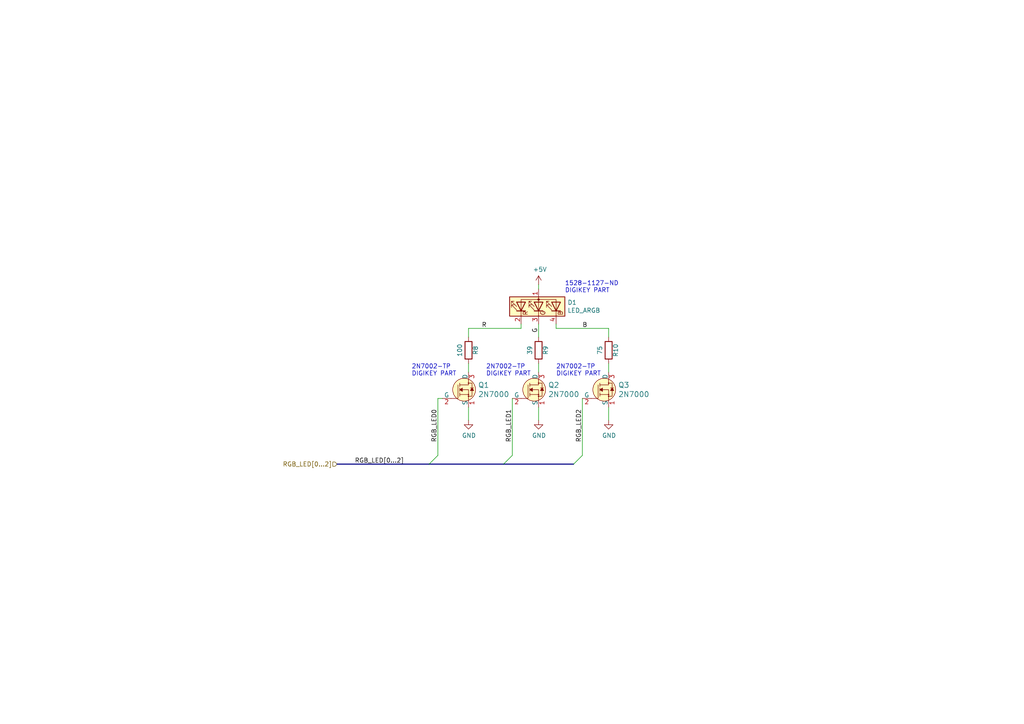
<source format=kicad_sch>
(kicad_sch (version 20211123) (generator eeschema)
  (paper "A4")
  (lib_symbols
    (symbol "Device:LED_ARGB" (pin_names (offset 0) hide)
      (property "Reference" "D" (at 0 9.398 0))
      (property "Value" "LED_ARGB" (at 0 -8.89 0))
      (symbol "LED_ARGB_0_0"
        (text "B" (at -1.905 -6.35 0) (effects (font (size 1.27 1.27))))
        (text "G" (at -1.905 -1.27 0) (effects (font (size 1.27 1.27))))
        (text "R" (at -1.905 3.81 0) (effects (font (size 1.27 1.27))))
      )
      (symbol "LED_ARGB_0_1"
        (polyline (pts (xy -1.27 -5.08) (xy -2.54 -5.08)))
        (polyline (pts (xy -1.27 -5.08) (xy 1.27 -5.08)))
        (polyline (pts (xy -1.27 -3.81) (xy -1.27 -6.35)) (stroke (width 0.254)))
        (polyline (pts (xy -1.27 0) (xy -2.54 0)))
        (polyline (pts (xy -1.27 1.27) (xy -1.27 -1.27)) (stroke (width 0.254)))
        (polyline (pts (xy -1.27 5.08) (xy -2.54 5.08)))
        (polyline (pts (xy -1.27 5.08) (xy 1.27 5.08)))
        (polyline (pts (xy -1.27 6.35) (xy -1.27 3.81)) (stroke (width 0.254)))
        (polyline (pts (xy 1.27 0) (xy -1.27 0)))
        (polyline (pts (xy 1.27 0) (xy 2.54 0)))
        (polyline (pts (xy -1.27 1.27) (xy -1.27 -1.27) (xy -1.27 -1.27)))
        (polyline (pts (xy -1.27 6.35) (xy -1.27 3.81) (xy -1.27 3.81)))
        (polyline (pts (xy 1.27 -5.08) (xy 2.032 -5.08) (xy 2.032 5.08) (xy 1.27 5.08)))
        (polyline (pts (xy 1.27 -3.81) (xy 1.27 -6.35) (xy -1.27 -5.08) (xy 1.27 -3.81)) (stroke (width 0.254)))
        (polyline (pts (xy 1.27 1.27) (xy 1.27 -1.27) (xy -1.27 0) (xy 1.27 1.27)) (stroke (width 0.254)))
        (polyline (pts (xy 1.27 6.35) (xy 1.27 3.81) (xy -1.27 5.08) (xy 1.27 6.35)) (stroke (width 0.254)))
        (polyline (pts (xy -1.016 -3.81) (xy 0.508 -2.286) (xy -0.254 -2.286) (xy 0.508 -2.286) (xy 0.508 -3.048)))
        (polyline (pts (xy -1.016 1.27) (xy 0.508 2.794) (xy -0.254 2.794) (xy 0.508 2.794) (xy 0.508 2.032)))
        (polyline (pts (xy -1.016 6.35) (xy 0.508 7.874) (xy -0.254 7.874) (xy 0.508 7.874) (xy 0.508 7.112)))
        (polyline (pts (xy 0 -3.81) (xy 1.524 -2.286) (xy 0.762 -2.286) (xy 1.524 -2.286) (xy 1.524 -3.048)))
        (polyline (pts (xy 0 1.27) (xy 1.524 2.794) (xy 0.762 2.794) (xy 1.524 2.794) (xy 1.524 2.032)))
        (polyline (pts (xy 0 6.35) (xy 1.524 7.874) (xy 0.762 7.874) (xy 1.524 7.874) (xy 1.524 7.112)))
        (rectangle (start 1.27 -1.27) (end 1.27 1.27))
        (rectangle (start 1.27 1.27) (end 1.27 1.27))
        (rectangle (start 1.27 3.81) (end 1.27 6.35))
        (rectangle (start 1.27 6.35) (end 1.27 6.35))
        (circle (center 2.032 0) (radius 0.254) (fill (type outline)))
        (rectangle (start 2.794 8.382) (end -2.794 -7.62) (stroke (width 0.254)) (fill (type background)))
      )
      (symbol "LED_ARGB_1_1"
        (pin passive line (at 5.08 0 180) (length 2.54) (name "A") (number "1"))
        (pin passive line (at -5.08 5.08 0) (length 2.54) (name "RK") (number "2"))
        (pin passive line (at -5.08 0 0) (length 2.54) (name "GK") (number "3"))
        (pin passive line (at -5.08 -5.08 0) (length 2.54) (name "BK") (number "4"))
      )
    )
    (symbol "Device:R" (pin_numbers hide) (pin_names (offset 0))
      (property "Reference" "R" (at 2.032 0 90))
      (property "Value" "R" (at 0 0 90))
      (symbol "R_0_1"
        (rectangle (start -1.016 -2.54) (end 1.016 2.54) (stroke (width 0.254)))
      )
      (symbol "R_1_1"
        (pin passive line (at 0 3.81 270) (length 1.27) (name "~") (number "1"))
        (pin passive line (at 0 -3.81 90) (length 1.27) (name "~") (number "2"))
      )
    )
    (symbol "dk_Transistors-FETs-MOSFETs-Single:2N7000" (pin_names (offset 0))
      (property "Reference" "Q" (at -2.6924 3.6322 0))
      (property "Value" "dk_Transistors-FETs-MOSFETs-Single_2N7000" (at 3.4544 0 90))
      (symbol "2N7000_0_1"
        (circle (center -1.27 0) (radius 3.302) (fill (type background)))
        (circle (center 0 -1.905) (radius 0.127))
        (circle (center 0 -1.397) (radius 0.127))
        (polyline (pts (xy 0 -1.397) (xy -2.54 -1.397)))
        (polyline (pts (xy -5.08 -2.54) (xy -3.048 -2.54) (xy -3.048 1.397)))
        (polyline (pts (xy 0 -2.54) (xy 0 0) (xy -2.54 0)))
        (polyline (pts (xy 0 2.54) (xy 0 1.397) (xy -2.54 1.397)))
        (polyline (pts (xy -0.127 -1.905) (xy 1.016 -1.905) (xy 1.016 1.397) (xy 1.016 1.905) (xy -0.127 1.905)))
        (circle (center 0 1.905) (radius 0.127))
      )
      (symbol "2N7000_1_1"
        (polyline (pts (xy -2.54 -1.397) (xy -2.54 -1.905)))
        (polyline (pts (xy -2.54 -1.397) (xy -2.54 -0.889)))
        (polyline (pts (xy -2.54 0) (xy -2.54 -0.508)))
        (polyline (pts (xy -2.54 0) (xy -2.54 0.508)))
        (polyline (pts (xy -2.54 1.905) (xy -2.54 0.889)))
        (polyline (pts (xy 1.524 0.508) (xy 0.508 0.508)))
        (polyline (pts (xy -2.54 0) (xy -1.778 0.508) (xy -1.778 -0.508) (xy -2.54 0)) (fill (type outline)))
        (polyline (pts (xy 1.016 0.508) (xy 0.508 -0.254) (xy 1.524 -0.254) (xy 1.016 0.508)) (fill (type outline)))
        (pin bidirectional line (at 0 -5.08 90) (length 2.54) (name "S") (number "1"))
        (pin bidirectional line (at -7.62 -2.54 0) (length 2.54) (name "G") (number "2"))
        (pin bidirectional line (at 0 5.08 270) (length 2.54) (name "D") (number "3"))
      )
    )
    (symbol "power:+5V" (power) (pin_names (offset 0))
      (property "Value" "+5V" (at 0 3.556 0))
      (symbol "+5V_0_1"
        (polyline (pts (xy -0.762 1.27) (xy 0 2.54)))
        (polyline (pts (xy 0 0) (xy 0 2.54)))
        (polyline (pts (xy 0 2.54) (xy 0.762 1.27)))
      )
      (symbol "+5V_1_1"
        (pin power_in line (at 0 0 90) (length 0) hide (name "+5V") (number "1"))
      )
    )
    (symbol "power:GND" (power) (pin_names (offset 0))
      (property "Value" "GND" (at 0 -3.81 0))
      (symbol "GND_0_1"
        (polyline (pts (xy 0 0) (xy 0 -1.27) (xy 1.27 -1.27) (xy 0 -2.54) (xy -1.27 -1.27) (xy 0 -1.27)))
      )
      (symbol "GND_1_1"
        (pin power_in line (at 0 0 270) (length 0) hide (name "GND") (number "1"))
      )
    )
  )
  (bus_entry (at 124.46 134.62) (size 2.54 -2.54))
  (bus_entry (at 166.37 134.62) (size 2.54 -2.54))
  (bus_entry (at 146.05 134.62) (size 2.54 -2.54))
  (wire (pts (xy 156.21 93.98) (xy 156.21 97.79)))
  (wire (pts (xy 135.89 118.11) (xy 135.89 121.92)))
  (wire (pts (xy 168.91 115.57) (xy 168.91 132.08)))
  (wire (pts (xy 148.59 115.57) (xy 148.59 132.08)))
  (wire (pts (xy 151.13 95.25) (xy 135.89 95.25)))
  (wire (pts (xy 135.89 95.25) (xy 135.89 97.79)))
  (bus (pts (xy 97.79 134.62) (xy 124.46 134.62)))
  (wire (pts (xy 156.21 118.11) (xy 156.21 121.92)))
  (bus (pts (xy 124.46 134.62) (xy 146.05 134.62)))
  (wire (pts (xy 156.21 82.55) (xy 156.21 83.82)))
  (wire (pts (xy 135.89 105.41) (xy 135.89 107.95)))
  (wire (pts (xy 127 115.57) (xy 127 132.08)))
  (wire (pts (xy 151.13 93.98) (xy 151.13 95.25)))
  (wire (pts (xy 161.29 95.25) (xy 176.53 95.25)))
  (wire (pts (xy 128.27 115.57) (xy 127 115.57)))
  (wire (pts (xy 176.53 105.41) (xy 176.53 107.95)))
  (wire (pts (xy 156.21 105.41) (xy 156.21 107.95)))
  (wire (pts (xy 176.53 95.25) (xy 176.53 97.79)))
  (wire (pts (xy 161.29 93.98) (xy 161.29 95.25)))
  (wire (pts (xy 176.53 118.11) (xy 176.53 121.92)))
  (bus (pts (xy 146.05 134.62) (xy 166.37 134.62)))
  (text "2N7002-TP\nDIGIKEY PART" (at 140.97 109.22 0) (effects (font (size 1.27 1.27)) (justify left bottom)))
  (text "2N7002-TP\nDIGIKEY PART" (at 119.38 109.22 0) (effects (font (size 1.27 1.27)) (justify left bottom)))
  (text "1528-1127-ND\nDIGIKEY PART" (at 163.83 85.09 0) (effects (font (size 1.27 1.27)) (justify left bottom)))
  (text "2N7002-TP\nDIGIKEY PART" (at 161.29 109.22 0) (effects (font (size 1.27 1.27)) (justify left bottom)))
  (label "R" (at 139.7 95.25 0))
  (label "RGB_LED1" (at 148.59 128.27 90))
  (label "RGB_LED2" (at 168.91 128.27 90))
  (label "G" (at 156.21 96.52 90))
  (label "B" (at 168.91 95.25 0))
  (label "RGB_LED[0...2]" (at 102.87 134.62 0))
  (label "RGB_LED0" (at 127 128.27 90))
  (hierarchical_label "RGB_LED[0...2]" (shape input) (at 97.79 134.62 180))
  (symbol (lib_id "dk_Transistors-FETs-MOSFETs-Single:2N7000") (at 135.89 113.03 0)
    (property "Reference" "Q1" (at 138.6332 111.6838 0) (effects (font (size 1.524 1.524)) (justify left)))
    (property "Value" "2N7000" (at 138.6332 114.3762 0) (effects (font (size 1.524 1.524)) (justify left)))
    (property "Footprint" "TO_SOT_Packages_SMD:SOT-23_Handsoldering" (effects hide))
    (property "Datasheet" "https://www.fairchildsemi.com/datasheets/2N/2N7000.pdf" (effects hide))
    (property "Digi-Key_PN" "2N7000FS-ND" (effects hide))
    (property "MPN" "2N7000" (effects hide))
    (property "Category" "Discrete Semiconductor Products" (effects hide))
    (property "Family" "Transistors - FETs, MOSFETs - Single" (effects hide))
    (property "DK_Datasheet_Link" "https://www.fairchildsemi.com/datasheets/2N/2N7000.pdf" (effects hide))
    (property "DK_Detail_Page" "/product-detail/en/on-semiconductor/2N7000/2N7000FS-ND/244278" (effects hide))
    (property "Description" "MOSFET N-CH 60V 200MA TO-92" (effects hide))
    (property "Manufacturer" "ON Semiconductor" (effects hide))
    (property "Status" "Active" (effects hide))
  )
  (symbol (lib_id "dk_Transistors-FETs-MOSFETs-Single:2N7000") (at 156.21 113.03 0)
    (property "Reference" "Q2" (at 158.9532 111.6838 0) (effects (font (size 1.524 1.524)) (justify left)))
    (property "Value" "2N7000" (at 158.9532 114.3762 0) (effects (font (size 1.524 1.524)) (justify left)))
    (property "Footprint" "TO_SOT_Packages_SMD:SOT-23_Handsoldering" (effects hide))
    (property "Datasheet" "https://www.fairchildsemi.com/datasheets/2N/2N7000.pdf" (effects hide))
    (property "Digi-Key_PN" "2N7000FS-ND" (effects hide))
    (property "MPN" "2N7000" (effects hide))
    (property "Category" "Discrete Semiconductor Products" (effects hide))
    (property "Family" "Transistors - FETs, MOSFETs - Single" (effects hide))
    (property "DK_Datasheet_Link" "https://www.fairchildsemi.com/datasheets/2N/2N7000.pdf" (effects hide))
    (property "DK_Detail_Page" "/product-detail/en/on-semiconductor/2N7000/2N7000FS-ND/244278" (effects hide))
    (property "Description" "MOSFET N-CH 60V 200MA TO-92" (effects hide))
    (property "Manufacturer" "ON Semiconductor" (effects hide))
    (property "Status" "Active" (effects hide))
  )
  (symbol (lib_id "dk_Transistors-FETs-MOSFETs-Single:2N7000") (at 176.53 113.03 0)
    (property "Reference" "Q3" (at 179.2732 111.6838 0) (effects (font (size 1.524 1.524)) (justify left)))
    (property "Value" "2N7000" (at 179.2732 114.3762 0) (effects (font (size 1.524 1.524)) (justify left)))
    (property "Footprint" "TO_SOT_Packages_SMD:SOT-23_Handsoldering" (effects hide))
    (property "Datasheet" "https://www.fairchildsemi.com/datasheets/2N/2N7000.pdf" (effects hide))
    (property "Digi-Key_PN" "2N7000FS-ND" (effects hide))
    (property "MPN" "2N7000" (effects hide))
    (property "Category" "Discrete Semiconductor Products" (effects hide))
    (property "Family" "Transistors - FETs, MOSFETs - Single" (effects hide))
    (property "DK_Datasheet_Link" "https://www.fairchildsemi.com/datasheets/2N/2N7000.pdf" (effects hide))
    (property "DK_Detail_Page" "/product-detail/en/on-semiconductor/2N7000/2N7000FS-ND/244278" (effects hide))
    (property "Description" "MOSFET N-CH 60V 200MA TO-92" (effects hide))
    (property "Manufacturer" "ON Semiconductor" (effects hide))
    (property "Status" "Active" (effects hide))
  )
  (symbol (lib_id "Device:R") (at 135.89 101.6 0)
    (property "Reference" "R8" (at 137.922 101.6 90))
    (property "Value" "100" (at 133.35 101.6 90))
    (property "Footprint" "Resistors_SMD:R_0603_HandSoldering" (effects hide))
  )
  (symbol (lib_id "Device:R") (at 156.21 101.6 0)
    (property "Reference" "R9" (at 158.242 101.6 90))
    (property "Value" "39" (at 153.67 101.6 90))
    (property "Footprint" "Resistors_SMD:R_0603_HandSoldering" (effects hide))
  )
  (symbol (lib_id "Device:R") (at 176.53 101.6 0)
    (property "Reference" "R10" (at 178.562 101.6 90))
    (property "Value" "75" (at 173.99 101.6 90))
    (property "Footprint" "Resistors_SMD:R_0603_HandSoldering" (effects hide))
  )
  (symbol (lib_id "power:GND") (at 135.89 121.92 0)
    (property "Reference" "#PWR047" (effects hide))
    (property "Value" "GND" (at 136.017 126.3142 0))
  )
  (symbol (lib_id "power:GND") (at 156.21 121.92 0)
    (property "Reference" "#PWR049" (effects hide))
    (property "Value" "GND" (at 156.337 126.3142 0))
  )
  (symbol (lib_id "power:GND") (at 176.53 121.92 0)
    (property "Reference" "#PWR050" (effects hide))
    (property "Value" "GND" (at 176.657 126.3142 0))
  )
  (symbol (lib_id "Device:LED_ARGB") (at 156.21 88.9 90)
    (property "Reference" "D1" (at 164.592 87.7316 90) (effects (justify right)))
    (property "Value" "LED_ARGB" (at 164.592 90.043 90) (effects (justify right)))
    (property "Footprint" "digikey-footprints:Piranha_Super_flux_RGB" (effects hide))
  )
  (symbol (lib_id "power:+5V") (at 156.21 82.55 0)
    (property "Reference" "#PWR0114" (effects hide))
    (property "Value" "+5V" (at 156.591 78.1558 0))
  )
)
</source>
